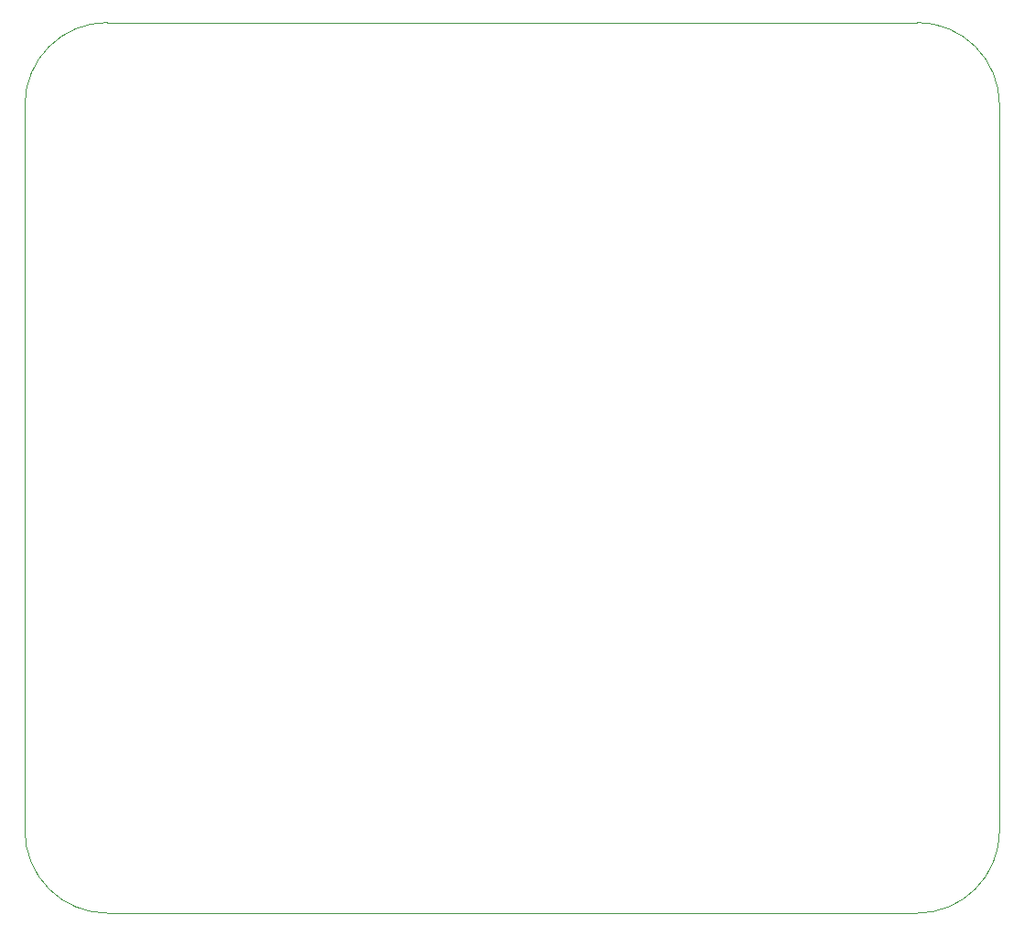
<source format=gbr>
%TF.GenerationSoftware,KiCad,Pcbnew,7.0.10*%
%TF.CreationDate,2024-03-07T00:47:07-03:00*%
%TF.ProjectId,board,626f6172-642e-46b6-9963-61645f706362,rev?*%
%TF.SameCoordinates,Original*%
%TF.FileFunction,Profile,NP*%
%FSLAX46Y46*%
G04 Gerber Fmt 4.6, Leading zero omitted, Abs format (unit mm)*
G04 Created by KiCad (PCBNEW 7.0.10) date 2024-03-07 00:47:07*
%MOMM*%
%LPD*%
G01*
G04 APERTURE LIST*
%TA.AperFunction,Profile*%
%ADD10C,0.100000*%
%TD*%
G04 APERTURE END LIST*
D10*
X52070000Y-123698000D02*
G75*
G03*
X59690000Y-131318000I7620000J0D01*
G01*
X52070000Y-56515000D02*
X52070000Y-123698000D01*
X142239999Y-56515001D02*
X142239999Y-123697998D01*
X134619999Y-131317999D02*
G75*
G03*
X142239999Y-123697999I1J7619999D01*
G01*
X142239999Y-56515001D02*
G75*
G03*
X134619999Y-48895001I-7619999J1D01*
G01*
X59690000Y-48895000D02*
G75*
G03*
X52070000Y-56515000I0J-7620000D01*
G01*
X59690000Y-131318000D02*
X134619999Y-131317999D01*
X59690000Y-48895000D02*
X134619999Y-48895001D01*
M02*

</source>
